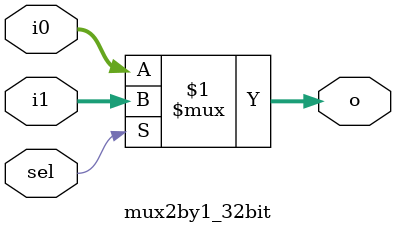
<source format=v>
module mux2by1_32bit(
	input [31:0]i0,
	input [31:0]i1,
	input sel,
	output [31:0]o
    );

assign o = sel ? i1 : i0;

endmodule
</source>
